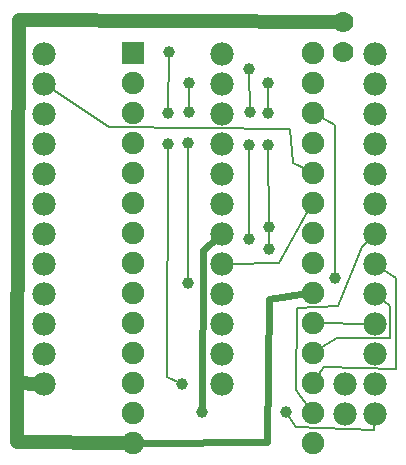
<source format=gbl>
G04 MADE WITH FRITZING*
G04 WWW.FRITZING.ORG*
G04 DOUBLE SIDED*
G04 HOLES PLATED*
G04 CONTOUR ON CENTER OF CONTOUR VECTOR*
%ASAXBY*%
%FSLAX23Y23*%
%MOIN*%
%OFA0B0*%
%SFA1.0B1.0*%
%ADD10C,0.039370*%
%ADD11C,0.078000*%
%ADD12C,0.075000*%
%ADD13C,0.070000*%
%ADD14R,0.075000X0.075000*%
%ADD15C,0.008000*%
%ADD16C,0.048000*%
%ADD17C,0.024000*%
%LNCOPPER0*%
G90*
G70*
G54D10*
X778Y635D03*
X778Y1104D03*
X781Y1206D03*
X781Y1304D03*
G54D11*
X297Y1400D03*
X297Y1300D03*
X297Y1200D03*
X297Y1100D03*
X297Y1000D03*
X297Y900D03*
X297Y800D03*
X297Y700D03*
X297Y600D03*
X297Y500D03*
X297Y400D03*
X297Y300D03*
X892Y1401D03*
X892Y1301D03*
X892Y1201D03*
X892Y1101D03*
X892Y1001D03*
X892Y901D03*
X892Y801D03*
X892Y701D03*
X892Y601D03*
X892Y501D03*
X892Y401D03*
X892Y301D03*
X1400Y1401D03*
X1400Y1301D03*
X1400Y1201D03*
X1400Y1101D03*
X1400Y1001D03*
X1400Y901D03*
X1400Y801D03*
X1400Y701D03*
X1400Y601D03*
X1400Y501D03*
X1400Y401D03*
G54D12*
X593Y1404D03*
X1193Y1404D03*
X593Y1304D03*
X1193Y1304D03*
X593Y1204D03*
X1193Y1204D03*
X593Y1104D03*
X1193Y1104D03*
X593Y1004D03*
X1193Y1004D03*
X593Y904D03*
X1193Y904D03*
X593Y804D03*
X1193Y804D03*
X593Y704D03*
X1193Y704D03*
X593Y604D03*
X1193Y604D03*
X593Y504D03*
X1193Y504D03*
X593Y404D03*
X1193Y404D03*
X593Y304D03*
X1193Y304D03*
X593Y204D03*
X1193Y204D03*
X593Y104D03*
X1193Y104D03*
G54D10*
X715Y1407D03*
X982Y1351D03*
X983Y1205D03*
X1045Y1304D03*
X1045Y1202D03*
X711Y1202D03*
X711Y1100D03*
X1269Y654D03*
X982Y1095D03*
X982Y784D03*
X1049Y749D03*
X1049Y824D03*
X1045Y1095D03*
G54D13*
X1293Y1406D03*
X1293Y1507D03*
G54D11*
X1301Y300D03*
X1301Y200D03*
X1301Y300D03*
X1301Y200D03*
X1401Y200D03*
X1401Y300D03*
G54D10*
X825Y206D03*
X758Y300D03*
X1104Y206D03*
G54D14*
X593Y1404D03*
G54D15*
X778Y1096D02*
X778Y643D01*
D02*
X781Y1296D02*
X781Y1213D01*
D02*
X1119Y1150D02*
X514Y1155D01*
D02*
X514Y1155D02*
X313Y1290D01*
D02*
X1127Y1037D02*
X1119Y1150D01*
D02*
X1177Y1012D02*
X1127Y1037D01*
D02*
X711Y1210D02*
X715Y1399D01*
D02*
X706Y324D02*
X711Y1092D01*
D02*
X751Y303D02*
X706Y324D01*
D02*
X983Y1213D02*
X982Y1343D01*
D02*
X1045Y1296D02*
X1045Y1210D01*
D02*
X1269Y1162D02*
X1269Y662D01*
D02*
X1208Y1196D02*
X1269Y1162D01*
D02*
X1081Y702D02*
X911Y701D01*
D02*
X1184Y889D02*
X1081Y702D01*
D02*
X982Y792D02*
X982Y1087D01*
D02*
X1049Y816D02*
X1049Y757D01*
D02*
X1045Y1088D02*
X1049Y832D01*
D02*
X1273Y453D02*
X1451Y453D01*
D02*
X1451Y560D02*
X1414Y589D01*
D02*
X1451Y453D02*
X1451Y560D01*
D02*
X1207Y413D02*
X1273Y453D01*
G54D16*
D02*
X214Y1513D02*
X1278Y1507D01*
D02*
X208Y302D02*
X214Y1513D01*
D02*
X207Y107D02*
X208Y302D01*
D02*
X575Y104D02*
X207Y107D01*
G54D17*
D02*
X1046Y584D02*
X1175Y602D01*
D02*
X1041Y107D02*
X1046Y584D01*
D02*
X610Y104D02*
X1041Y107D01*
D02*
X825Y214D02*
X828Y745D01*
D02*
X828Y745D02*
X877Y788D01*
G54D15*
D02*
X1399Y146D02*
X1136Y155D01*
D02*
X1136Y155D02*
X1108Y199D01*
D02*
X1400Y181D02*
X1399Y146D01*
D02*
X1136Y281D02*
X1140Y552D01*
D02*
X1140Y552D02*
X1278Y559D01*
D02*
X1182Y218D02*
X1136Y281D01*
D02*
X1357Y757D02*
X1386Y787D01*
D02*
X1278Y559D02*
X1357Y757D01*
D02*
X1230Y355D02*
X1470Y348D01*
D02*
X1203Y318D02*
X1230Y355D01*
D02*
X1470Y348D02*
X1470Y654D01*
D02*
X1470Y654D02*
X1415Y690D01*
D02*
X1210Y504D02*
X1381Y501D01*
G54D16*
D02*
X208Y302D02*
X278Y300D01*
G04 End of Copper0*
M02*
</source>
